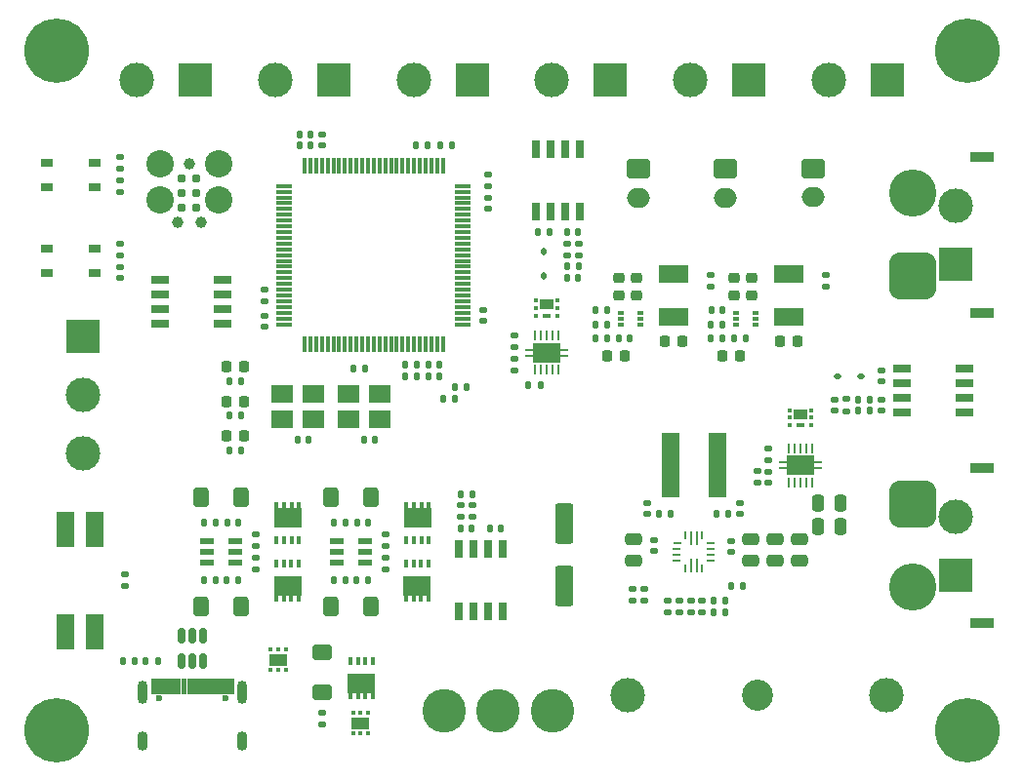
<source format=gbr>
%TF.GenerationSoftware,KiCad,Pcbnew,7.0.1*%
%TF.CreationDate,2023-07-17T00:50:59+01:00*%
%TF.ProjectId,Power Board,506f7765-7220-4426-9f61-72642e6b6963,rev?*%
%TF.SameCoordinates,Original*%
%TF.FileFunction,Soldermask,Top*%
%TF.FilePolarity,Negative*%
%FSLAX46Y46*%
G04 Gerber Fmt 4.6, Leading zero omitted, Abs format (unit mm)*
G04 Created by KiCad (PCBNEW 7.0.1) date 2023-07-17 00:50:59*
%MOMM*%
%LPD*%
G01*
G04 APERTURE LIST*
G04 Aperture macros list*
%AMRoundRect*
0 Rectangle with rounded corners*
0 $1 Rounding radius*
0 $2 $3 $4 $5 $6 $7 $8 $9 X,Y pos of 4 corners*
0 Add a 4 corners polygon primitive as box body*
4,1,4,$2,$3,$4,$5,$6,$7,$8,$9,$2,$3,0*
0 Add four circle primitives for the rounded corners*
1,1,$1+$1,$2,$3*
1,1,$1+$1,$4,$5*
1,1,$1+$1,$6,$7*
1,1,$1+$1,$8,$9*
0 Add four rect primitives between the rounded corners*
20,1,$1+$1,$2,$3,$4,$5,0*
20,1,$1+$1,$4,$5,$6,$7,0*
20,1,$1+$1,$6,$7,$8,$9,0*
20,1,$1+$1,$8,$9,$2,$3,0*%
%AMFreePoly0*
4,1,21,-0.140000,1.193800,0.140000,1.193800,0.140000,1.893800,0.360000,1.893800,0.360000,1.193800,0.825500,1.193800,0.825500,-1.193800,0.360000,-1.194200,0.360000,-1.894200,0.140000,-1.894200,0.140000,-1.194200,-0.140000,-1.194200,-0.140000,-1.894200,-0.360000,-1.894200,-0.360000,-1.194200,-0.825500,-1.193800,-0.825500,1.193800,-0.360000,1.193800,-0.360000,1.893800,-0.140000,1.893800,
-0.140000,1.193800,-0.140000,1.193800,$1*%
G04 Aperture macros list end*
%ADD10C,0.010000*%
%ADD11R,1.200000X0.600000*%
%ADD12RoundRect,0.135000X0.135000X0.185000X-0.135000X0.185000X-0.135000X-0.185000X0.135000X-0.185000X0*%
%ADD13R,0.425000X0.400000*%
%ADD14R,1.150000X0.950000*%
%ADD15R,0.750000X0.300000*%
%ADD16R,3.000000X3.000000*%
%ADD17C,3.000000*%
%ADD18RoundRect,0.135000X0.185000X-0.135000X0.185000X0.135000X-0.185000X0.135000X-0.185000X-0.135000X0*%
%ADD19RoundRect,0.140000X-0.140000X-0.170000X0.140000X-0.170000X0.140000X0.170000X-0.140000X0.170000X0*%
%ADD20RoundRect,0.225000X-0.250000X0.225000X-0.250000X-0.225000X0.250000X-0.225000X0.250000X0.225000X0*%
%ADD21C,3.781000*%
%ADD22RoundRect,1.025000X-1.025000X1.025000X-1.025000X-1.025000X1.025000X-1.025000X1.025000X1.025000X0*%
%ADD23C,4.100000*%
%ADD24R,2.000000X0.900000*%
%ADD25RoundRect,0.140000X-0.170000X0.140000X-0.170000X-0.140000X0.170000X-0.140000X0.170000X0.140000X0*%
%ADD26RoundRect,0.250000X-0.475000X0.250000X-0.475000X-0.250000X0.475000X-0.250000X0.475000X0.250000X0*%
%ADD27R,1.950000X1.650000*%
%ADD28RoundRect,0.250000X-0.600000X0.400000X-0.600000X-0.400000X0.600000X-0.400000X0.600000X0.400000X0*%
%ADD29C,2.700000*%
%ADD30RoundRect,0.250000X-0.250000X-0.475000X0.250000X-0.475000X0.250000X0.475000X-0.250000X0.475000X0*%
%ADD31RoundRect,0.140000X0.140000X0.170000X-0.140000X0.170000X-0.140000X-0.170000X0.140000X-0.170000X0*%
%ADD32RoundRect,0.218750X-0.218750X-0.256250X0.218750X-0.256250X0.218750X0.256250X-0.218750X0.256250X0*%
%ADD33RoundRect,0.135000X-0.135000X-0.185000X0.135000X-0.185000X0.135000X0.185000X-0.135000X0.185000X0*%
%ADD34RoundRect,0.093750X0.106250X-0.093750X0.106250X0.093750X-0.106250X0.093750X-0.106250X-0.093750X0*%
%ADD35R,1.600000X1.000000*%
%ADD36R,1.600000X3.100000*%
%ADD37R,2.500000X1.500000*%
%ADD38RoundRect,0.135000X-0.185000X0.135000X-0.185000X-0.135000X0.185000X-0.135000X0.185000X0.135000X0*%
%ADD39R,0.420000X0.700000*%
%ADD40R,0.420000X0.540000*%
%ADD41R,2.370000X1.710000*%
%ADD42RoundRect,0.140000X0.170000X-0.140000X0.170000X0.140000X-0.170000X0.140000X-0.170000X-0.140000X0*%
%ADD43RoundRect,0.225000X0.225000X0.250000X-0.225000X0.250000X-0.225000X-0.250000X0.225000X-0.250000X0*%
%ADD44R,0.279400X0.838200*%
%ADD45FreePoly0,90.000000*%
%ADD46R,1.050000X0.650000*%
%ADD47R,0.650000X1.500000*%
%ADD48R,1.500000X0.650000*%
%ADD49RoundRect,0.150000X-0.150000X0.512500X-0.150000X-0.512500X0.150000X-0.512500X0.150000X0.512500X0*%
%ADD50RoundRect,0.250000X-0.550000X1.500000X-0.550000X-1.500000X0.550000X-1.500000X0.550000X1.500000X0*%
%ADD51R,0.475000X0.300000*%
%ADD52R,0.300000X1.475000*%
%ADD53R,1.475000X0.300000*%
%ADD54C,5.600000*%
%ADD55R,1.550000X5.600000*%
%ADD56C,0.600000*%
%ADD57O,0.900000X2.000000*%
%ADD58O,0.900000X1.700000*%
%ADD59RoundRect,0.250000X-0.750000X0.600000X-0.750000X-0.600000X0.750000X-0.600000X0.750000X0.600000X0*%
%ADD60O,2.000000X1.700000*%
%ADD61RoundRect,0.250000X0.400000X0.600000X-0.400000X0.600000X-0.400000X-0.600000X0.400000X-0.600000X0*%
%ADD62C,2.374900*%
%ADD63C,0.990600*%
%ADD64C,0.787400*%
%ADD65RoundRect,0.112500X0.112500X-0.187500X0.112500X0.187500X-0.112500X0.187500X-0.112500X-0.187500X0*%
%ADD66R,0.800000X0.250000*%
%ADD67R,0.700000X0.250000*%
%ADD68R,0.250000X0.700000*%
%ADD69R,0.250000X1.200000*%
%ADD70RoundRect,0.112500X-0.187500X-0.112500X0.187500X-0.112500X0.187500X0.112500X-0.187500X0.112500X0*%
G04 APERTURE END LIST*
%TO.C,J302*%
D10*
X121400000Y-126282500D02*
X120700000Y-126282500D01*
X120700000Y-125042500D01*
X121400000Y-125042500D01*
X121400000Y-126282500D01*
G36*
X121400000Y-126282500D02*
G01*
X120700000Y-126282500D01*
X120700000Y-125042500D01*
X121400000Y-125042500D01*
X121400000Y-126282500D01*
G37*
X122200000Y-126282500D02*
X121500000Y-126282500D01*
X121500000Y-125042500D01*
X122200000Y-125042500D01*
X122200000Y-126282500D01*
G36*
X122200000Y-126282500D02*
G01*
X121500000Y-126282500D01*
X121500000Y-125042500D01*
X122200000Y-125042500D01*
X122200000Y-126282500D01*
G37*
X122700000Y-126282500D02*
X122300000Y-126282500D01*
X122300000Y-125042500D01*
X122700000Y-125042500D01*
X122700000Y-126282500D01*
G36*
X122700000Y-126282500D02*
G01*
X122300000Y-126282500D01*
X122300000Y-125042500D01*
X122700000Y-125042500D01*
X122700000Y-126282500D01*
G37*
X123200000Y-126282500D02*
X122800000Y-126282500D01*
X122800000Y-125042500D01*
X123200000Y-125042500D01*
X123200000Y-126282500D01*
G36*
X123200000Y-126282500D02*
G01*
X122800000Y-126282500D01*
X122800000Y-125042500D01*
X123200000Y-125042500D01*
X123200000Y-126282500D01*
G37*
X123700000Y-126282500D02*
X123300000Y-126282500D01*
X123300000Y-125042500D01*
X123700000Y-125042500D01*
X123700000Y-126282500D01*
G36*
X123700000Y-126282500D02*
G01*
X123300000Y-126282500D01*
X123300000Y-125042500D01*
X123700000Y-125042500D01*
X123700000Y-126282500D01*
G37*
X124200000Y-126282500D02*
X123800000Y-126282500D01*
X123800000Y-125042500D01*
X124200000Y-125042500D01*
X124200000Y-126282500D01*
G36*
X124200000Y-126282500D02*
G01*
X123800000Y-126282500D01*
X123800000Y-125042500D01*
X124200000Y-125042500D01*
X124200000Y-126282500D01*
G37*
X124700000Y-126282500D02*
X124300000Y-126282500D01*
X124300000Y-125042500D01*
X124700000Y-125042500D01*
X124700000Y-126282500D01*
G36*
X124700000Y-126282500D02*
G01*
X124300000Y-126282500D01*
X124300000Y-125042500D01*
X124700000Y-125042500D01*
X124700000Y-126282500D01*
G37*
X125200000Y-126282500D02*
X124800000Y-126282500D01*
X124800000Y-125042500D01*
X125200000Y-125042500D01*
X125200000Y-126282500D01*
G36*
X125200000Y-126282500D02*
G01*
X124800000Y-126282500D01*
X124800000Y-125042500D01*
X125200000Y-125042500D01*
X125200000Y-126282500D01*
G37*
X125700000Y-126282500D02*
X125300000Y-126282500D01*
X125300000Y-125042500D01*
X125700000Y-125042500D01*
X125700000Y-126282500D01*
G36*
X125700000Y-126282500D02*
G01*
X125300000Y-126282500D01*
X125300000Y-125042500D01*
X125700000Y-125042500D01*
X125700000Y-126282500D01*
G37*
X126200000Y-126282500D02*
X125800000Y-126282500D01*
X125800000Y-125042500D01*
X126200000Y-125042500D01*
X126200000Y-126282500D01*
G36*
X126200000Y-126282500D02*
G01*
X125800000Y-126282500D01*
X125800000Y-125042500D01*
X126200000Y-125042500D01*
X126200000Y-126282500D01*
G37*
X127000000Y-126282500D02*
X126300000Y-126282500D01*
X126300000Y-125042500D01*
X127000000Y-125042500D01*
X127000000Y-126282500D01*
G36*
X127000000Y-126282500D02*
G01*
X126300000Y-126282500D01*
X126300000Y-125042500D01*
X127000000Y-125042500D01*
X127000000Y-126282500D01*
G37*
X127800000Y-126282500D02*
X127100000Y-126282500D01*
X127100000Y-125042500D01*
X127800000Y-125042500D01*
X127800000Y-126282500D01*
G36*
X127800000Y-126282500D02*
G01*
X127100000Y-126282500D01*
X127100000Y-125042500D01*
X127800000Y-125042500D01*
X127800000Y-126282500D01*
G37*
%TD*%
D11*
%TO.C,IC208*%
X125525000Y-113050000D03*
X125525000Y-114000000D03*
X125525000Y-114950000D03*
X128025000Y-114950000D03*
X128025000Y-114000000D03*
X128025000Y-113050000D03*
%TD*%
D12*
%TO.C,R312*%
X121260000Y-123500000D03*
X120240000Y-123500000D03*
%TD*%
D13*
%TO.C,Q207*%
X176062001Y-101724999D03*
X176062001Y-102374999D03*
X176062001Y-103024999D03*
X177938001Y-103024999D03*
X177938001Y-102374999D03*
X177938001Y-101724999D03*
D14*
X177000001Y-102049999D03*
D15*
X177000001Y-103024999D03*
%TD*%
D16*
%TO.C,J214*%
X148540000Y-73000000D03*
D17*
X143460000Y-73000000D03*
%TD*%
D18*
%TO.C,R302*%
X118000000Y-88250000D03*
X118000000Y-87230000D03*
%TD*%
D19*
%TO.C,C308*%
X144750000Y-98750000D03*
X145710000Y-98750000D03*
%TD*%
D20*
%TO.C,C228*%
X171250000Y-90225000D03*
X171250000Y-91775000D03*
%TD*%
D21*
%TO.C,SW201*%
X146101000Y-127800000D03*
X150800000Y-127800000D03*
X155499000Y-127800000D03*
%TD*%
D16*
%TO.C,J215*%
X190500000Y-89040000D03*
D17*
X190500000Y-83960000D03*
%TD*%
D16*
%TO.C,J204*%
X190500000Y-116040000D03*
D17*
X190500000Y-110960000D03*
%TD*%
D22*
%TO.C,J201*%
X186750000Y-90100000D03*
D23*
X186750000Y-82900000D03*
D24*
X192750000Y-93250000D03*
X192750000Y-79750000D03*
%TD*%
D25*
%TO.C,C212*%
X166500000Y-118290000D03*
X166500000Y-119250000D03*
%TD*%
D26*
%TO.C,C227*%
X176900000Y-112900000D03*
X176900000Y-114800000D03*
%TD*%
D27*
%TO.C,X302*%
X132025000Y-102500000D03*
X134775000Y-102500000D03*
X134775000Y-100300000D03*
X132025000Y-100300000D03*
%TD*%
D28*
%TO.C,D205*%
X135500000Y-122750000D03*
X135500000Y-126250000D03*
%TD*%
D29*
%TO.C,F201*%
X173250000Y-126500000D03*
D17*
X184500000Y-126500000D03*
X162000000Y-126500000D03*
%TD*%
D30*
%TO.C,C222*%
X178550000Y-109800000D03*
X180450000Y-109800000D03*
%TD*%
D31*
%TO.C,C313*%
X139210000Y-98100000D03*
X138250000Y-98100000D03*
%TD*%
%TO.C,C219*%
X170230000Y-93000000D03*
X169270000Y-93000000D03*
%TD*%
D32*
%TO.C,D206*%
X165212500Y-95750000D03*
X166787500Y-95750000D03*
%TD*%
D33*
%TO.C,R237*%
X156740000Y-89250000D03*
X157760000Y-89250000D03*
%TD*%
D19*
%TO.C,C205*%
X147545000Y-112000000D03*
X148505000Y-112000000D03*
%TD*%
D18*
%TO.C,R211*%
X141025000Y-115510000D03*
X141025000Y-114490000D03*
%TD*%
D32*
%TO.C,D301*%
X127212500Y-100950000D03*
X128787500Y-100950000D03*
%TD*%
D34*
%TO.C,U203*%
X138200000Y-129775000D03*
X138850000Y-129775000D03*
X139500000Y-129775000D03*
X139500000Y-128000000D03*
X138850000Y-128000000D03*
X138200000Y-128000000D03*
D35*
X138850000Y-128887500D03*
%TD*%
D36*
%TO.C,SW301*%
X113230000Y-120945000D03*
X115770000Y-120945000D03*
X115770000Y-112055000D03*
X113230000Y-112055000D03*
%TD*%
D12*
%TO.C,R309*%
X128510000Y-105200000D03*
X127490000Y-105200000D03*
%TD*%
D16*
%TO.C,J211*%
X136540000Y-73000000D03*
D17*
X131460000Y-73000000D03*
%TD*%
D37*
%TO.C,L202*%
X176000000Y-93600000D03*
X176000000Y-89900000D03*
%TD*%
D16*
%TO.C,J207*%
X160540000Y-73000000D03*
D17*
X155460000Y-73000000D03*
%TD*%
D33*
%TO.C,R225*%
X169220000Y-95500000D03*
X170240000Y-95500000D03*
%TD*%
D38*
%TO.C,R202*%
X181000000Y-100764999D03*
X181000000Y-101784999D03*
%TD*%
D39*
%TO.C,Q202*%
X133500000Y-115045000D03*
X132850000Y-115045000D03*
X132200000Y-115045000D03*
X131550000Y-115045000D03*
D40*
X131550000Y-118125000D03*
X132200000Y-118125000D03*
X132850000Y-118125000D03*
X133500000Y-118125000D03*
D41*
X132525000Y-117000000D03*
%TD*%
D38*
%TO.C,R213*%
X147525000Y-109990000D03*
X147525000Y-111010000D03*
%TD*%
D31*
%TO.C,C215*%
X172230000Y-95500000D03*
X171270000Y-95500000D03*
%TD*%
D16*
%TO.C,J213*%
X184540000Y-73000000D03*
D17*
X179460000Y-73000000D03*
%TD*%
D26*
%TO.C,C223*%
X172700000Y-112890000D03*
X172700000Y-114790000D03*
%TD*%
D42*
%TO.C,C201*%
X184000000Y-101754999D03*
X184000000Y-100794999D03*
%TD*%
D18*
%TO.C,R217*%
X163440000Y-118260000D03*
X163440000Y-117240000D03*
%TD*%
D19*
%TO.C,C231*%
X127295000Y-111500000D03*
X128255000Y-111500000D03*
%TD*%
D12*
%TO.C,R231*%
X126285000Y-116500000D03*
X125265000Y-116500000D03*
%TD*%
D18*
%TO.C,R216*%
X165500000Y-119280000D03*
X165500000Y-118260000D03*
%TD*%
D42*
%TO.C,C218*%
X171750000Y-110730000D03*
X171750000Y-109770000D03*
%TD*%
D16*
%TO.C,J208*%
X124540000Y-73000000D03*
D17*
X119460000Y-73000000D03*
%TD*%
D43*
%TO.C,C214*%
X161775000Y-97000000D03*
X160225000Y-97000000D03*
%TD*%
D19*
%TO.C,C206*%
X150045000Y-112000000D03*
X151005000Y-112000000D03*
%TD*%
D38*
%TO.C,R212*%
X174250001Y-105014999D03*
X174250001Y-106034999D03*
%TD*%
D34*
%TO.C,U303*%
X131050000Y-124275000D03*
X131700000Y-124275000D03*
X132350000Y-124275000D03*
X132350000Y-122500000D03*
X131700000Y-122500000D03*
X131050000Y-122500000D03*
D35*
X131700000Y-123387500D03*
%TD*%
D20*
%TO.C,C224*%
X172750000Y-90225000D03*
X172750000Y-91775000D03*
%TD*%
D12*
%TO.C,R305*%
X146810000Y-78750000D03*
X145790000Y-78750000D03*
%TD*%
D44*
%TO.C,U202*%
X175999999Y-107975001D03*
X176500001Y-107975001D03*
X177000000Y-107975001D03*
X177499999Y-107975001D03*
X178000001Y-107975001D03*
X178000001Y-105024999D03*
X177499999Y-105024999D03*
X177000000Y-105024999D03*
X176500001Y-105024999D03*
X175999999Y-105024999D03*
D45*
X176993800Y-106500000D03*
%TD*%
D46*
%TO.C,S302*%
X111675000Y-80195000D03*
X115825000Y-80195000D03*
X111675000Y-82345000D03*
X115825000Y-82345000D03*
%TD*%
D43*
%TO.C,C213*%
X171775000Y-97000000D03*
X170225000Y-97000000D03*
%TD*%
D19*
%TO.C,C203*%
X138545000Y-111500000D03*
X139505000Y-111500000D03*
%TD*%
D33*
%TO.C,R201*%
X181990000Y-101774999D03*
X183010000Y-101774999D03*
%TD*%
D47*
%TO.C,IC204*%
X147370000Y-119200000D03*
X148640000Y-119200000D03*
X149910000Y-119200000D03*
X151180000Y-119200000D03*
X151180000Y-113800000D03*
X149910000Y-113800000D03*
X148640000Y-113800000D03*
X147370000Y-113800000D03*
%TD*%
D19*
%TO.C,C307*%
X144750000Y-97750000D03*
X145710000Y-97750000D03*
%TD*%
D42*
%TO.C,C204*%
X152187999Y-98230000D03*
X152187999Y-97270000D03*
%TD*%
D48*
%TO.C,IC302*%
X126900000Y-94205000D03*
X126900000Y-92935000D03*
X126900000Y-91665000D03*
X126900000Y-90395000D03*
X121500000Y-90395000D03*
X121500000Y-91665000D03*
X121500000Y-92935000D03*
X121500000Y-94205000D03*
%TD*%
D38*
%TO.C,R229*%
X169250000Y-89990000D03*
X169250000Y-91010000D03*
%TD*%
D33*
%TO.C,R311*%
X147011254Y-99710937D03*
X148031254Y-99710937D03*
%TD*%
D18*
%TO.C,R235*%
X129775000Y-115510000D03*
X129775000Y-114490000D03*
%TD*%
D25*
%TO.C,C311*%
X149900000Y-81270000D03*
X149900000Y-82230000D03*
%TD*%
D31*
%TO.C,C211*%
X171980000Y-117000000D03*
X171020000Y-117000000D03*
%TD*%
D33*
%TO.C,R232*%
X125265000Y-111500000D03*
X126285000Y-111500000D03*
%TD*%
D16*
%TO.C,J303*%
X114750000Y-95340000D03*
D17*
X114750000Y-100420000D03*
X114750000Y-105500000D03*
%TD*%
D25*
%TO.C,C310*%
X149500000Y-93020000D03*
X149500000Y-93980000D03*
%TD*%
D38*
%TO.C,R228*%
X179250000Y-89990000D03*
X179250000Y-91010000D03*
%TD*%
D12*
%TO.C,R230*%
X139535000Y-116500000D03*
X138515000Y-116500000D03*
%TD*%
%TO.C,R204*%
X137535000Y-116500000D03*
X136515000Y-116500000D03*
%TD*%
D49*
%TO.C,U302*%
X125200000Y-121262500D03*
X124250000Y-121262500D03*
X123300000Y-121262500D03*
X123300000Y-123537500D03*
X124250000Y-123537500D03*
X125200000Y-123537500D03*
%TD*%
D25*
%TO.C,C304*%
X118000000Y-81790000D03*
X118000000Y-82750000D03*
%TD*%
D50*
%TO.C,C207*%
X156500000Y-111550000D03*
X156500000Y-116950000D03*
%TD*%
D51*
%TO.C,IC207*%
X163088000Y-94250000D03*
X163088000Y-93750000D03*
X163088000Y-93250000D03*
X161412000Y-93250000D03*
X161412000Y-93750000D03*
X161412000Y-94250000D03*
%TD*%
D42*
%TO.C,C309*%
X149900000Y-84230000D03*
X149900000Y-83270000D03*
%TD*%
D32*
%TO.C,D202*%
X175212500Y-95750000D03*
X176787500Y-95750000D03*
%TD*%
D52*
%TO.C,IC301*%
X134000000Y-95988000D03*
X134500000Y-95988000D03*
X135000000Y-95988000D03*
X135500000Y-95988000D03*
X136000000Y-95988000D03*
X136500000Y-95988000D03*
X137000000Y-95988000D03*
X137500000Y-95988000D03*
X138000000Y-95988000D03*
X138500000Y-95988000D03*
X139000000Y-95988000D03*
X139500000Y-95988000D03*
X140000000Y-95988000D03*
X140500000Y-95988000D03*
X141000000Y-95988000D03*
X141500000Y-95988000D03*
X142000000Y-95988000D03*
X142500000Y-95988000D03*
X143000000Y-95988000D03*
X143500000Y-95988000D03*
X144000000Y-95988000D03*
X144500000Y-95988000D03*
X145000000Y-95988000D03*
X145500000Y-95988000D03*
X146000000Y-95988000D03*
D53*
X147738000Y-94250000D03*
X147738000Y-93750000D03*
X147738000Y-93250000D03*
X147738000Y-92750000D03*
X147738000Y-92250000D03*
X147738000Y-91750000D03*
X147738000Y-91250000D03*
X147738000Y-90750000D03*
X147738000Y-90250000D03*
X147738000Y-89750000D03*
X147738000Y-89250000D03*
X147738000Y-88750000D03*
X147738000Y-88250000D03*
X147738000Y-87750000D03*
X147738000Y-87250000D03*
X147738000Y-86750000D03*
X147738000Y-86250000D03*
X147738000Y-85750000D03*
X147738000Y-85250000D03*
X147738000Y-84750000D03*
X147738000Y-84250000D03*
X147738000Y-83750000D03*
X147738000Y-83250000D03*
X147738000Y-82750000D03*
X147738000Y-82250000D03*
D52*
X146000000Y-80512000D03*
X145500000Y-80512000D03*
X145000000Y-80512000D03*
X144500000Y-80512000D03*
X144000000Y-80512000D03*
X143500000Y-80512000D03*
X143000000Y-80512000D03*
X142500000Y-80512000D03*
X142000000Y-80512000D03*
X141500000Y-80512000D03*
X141000000Y-80512000D03*
X140500000Y-80512000D03*
X140000000Y-80512000D03*
X139500000Y-80512000D03*
X139000000Y-80512000D03*
X138500000Y-80512000D03*
X138000000Y-80512000D03*
X137500000Y-80512000D03*
X137000000Y-80512000D03*
X136500000Y-80512000D03*
X136000000Y-80512000D03*
X135500000Y-80512000D03*
X135000000Y-80512000D03*
X134500000Y-80512000D03*
X134000000Y-80512000D03*
D53*
X132262000Y-82250000D03*
X132262000Y-82750000D03*
X132262000Y-83250000D03*
X132262000Y-83750000D03*
X132262000Y-84250000D03*
X132262000Y-84750000D03*
X132262000Y-85250000D03*
X132262000Y-85750000D03*
X132262000Y-86250000D03*
X132262000Y-86750000D03*
X132262000Y-87250000D03*
X132262000Y-87750000D03*
X132262000Y-88250000D03*
X132262000Y-88750000D03*
X132262000Y-89250000D03*
X132262000Y-89750000D03*
X132262000Y-90250000D03*
X132262000Y-90750000D03*
X132262000Y-91250000D03*
X132262000Y-91750000D03*
X132262000Y-92250000D03*
X132262000Y-92750000D03*
X132262000Y-93250000D03*
X132262000Y-93750000D03*
X132262000Y-94250000D03*
%TD*%
D16*
%TO.C,J210*%
X172540000Y-73000000D03*
D17*
X167460000Y-73000000D03*
%TD*%
D11*
%TO.C,IC202*%
X136775000Y-113050000D03*
X136775000Y-114000000D03*
X136775000Y-114950000D03*
X139275000Y-114950000D03*
X139275000Y-114000000D03*
X139275000Y-113050000D03*
%TD*%
D19*
%TO.C,C315*%
X133540000Y-78750000D03*
X134500000Y-78750000D03*
%TD*%
D38*
%TO.C,R301*%
X118450000Y-115940000D03*
X118450000Y-116960000D03*
%TD*%
D31*
%TO.C,C220*%
X160230000Y-93000000D03*
X159270000Y-93000000D03*
%TD*%
D46*
%TO.C,S301*%
X111675000Y-87675000D03*
X115825000Y-87675000D03*
X111675000Y-89825000D03*
X115825000Y-89825000D03*
%TD*%
D54*
%TO.C,H101*%
X191500000Y-70500000D03*
%TD*%
D55*
%TO.C,L201*%
X165725000Y-106500000D03*
X169775000Y-106500000D03*
%TD*%
D18*
%TO.C,R236*%
X157750000Y-88260000D03*
X157750000Y-87240000D03*
%TD*%
D56*
%TO.C,J302*%
X121360000Y-126732500D03*
X127140000Y-126732500D03*
D57*
X119925000Y-126242500D03*
X128575000Y-126242500D03*
D58*
X119925000Y-130412500D03*
X128575000Y-130412500D03*
%TD*%
D33*
%TO.C,R310*%
X145990000Y-100750000D03*
X147010000Y-100750000D03*
%TD*%
D27*
%TO.C,X301*%
X137775000Y-102500000D03*
X140525000Y-102500000D03*
X140525000Y-100300000D03*
X137775000Y-100300000D03*
%TD*%
D38*
%TO.C,R208*%
X141025000Y-112490000D03*
X141025000Y-113510000D03*
%TD*%
D44*
%TO.C,U201*%
X153999999Y-98200002D03*
X154500001Y-98200002D03*
X155000000Y-98200002D03*
X155499999Y-98200002D03*
X156000001Y-98200002D03*
X156000001Y-95250000D03*
X155499999Y-95250000D03*
X155000000Y-95250000D03*
X154500001Y-95250000D03*
X153999999Y-95250000D03*
D45*
X154993800Y-96725001D03*
%TD*%
D20*
%TO.C,C229*%
X162750000Y-90225000D03*
X162750000Y-91775000D03*
%TD*%
D59*
%TO.C,J206*%
X170500000Y-80750000D03*
D60*
X170500000Y-83250000D03*
%TD*%
D18*
%TO.C,R209*%
X173250000Y-108010000D03*
X173250000Y-106990000D03*
%TD*%
D33*
%TO.C,R206*%
X136515000Y-111500000D03*
X137535000Y-111500000D03*
%TD*%
D32*
%TO.C,D303*%
X127212500Y-103950000D03*
X128787500Y-103950000D03*
%TD*%
D39*
%TO.C,Q203*%
X144750000Y-115000000D03*
X144100000Y-115000000D03*
X143450000Y-115000000D03*
X142800000Y-115000000D03*
D40*
X142800000Y-118080000D03*
X143450000Y-118080000D03*
X144100000Y-118080000D03*
X144750000Y-118080000D03*
D41*
X143775000Y-116955000D03*
%TD*%
D12*
%TO.C,R207*%
X154447999Y-99500000D03*
X153427999Y-99500000D03*
%TD*%
%TO.C,R313*%
X119260000Y-123500000D03*
X118240000Y-123500000D03*
%TD*%
D39*
%TO.C,Q204*%
X131575000Y-113000000D03*
X132225000Y-113000000D03*
X132875000Y-113000000D03*
X133525000Y-113000000D03*
D40*
X133525000Y-109920000D03*
X132875000Y-109920000D03*
X132225000Y-109920000D03*
X131575000Y-109920000D03*
D41*
X132550000Y-111045000D03*
%TD*%
D61*
%TO.C,D201*%
X139775000Y-118750000D03*
X136275000Y-118750000D03*
%TD*%
D30*
%TO.C,C226*%
X178550000Y-111850000D03*
X180450000Y-111850000D03*
%TD*%
D47*
%TO.C,IC203*%
X157905000Y-79050000D03*
X156635000Y-79050000D03*
X155365000Y-79050000D03*
X154095000Y-79050000D03*
X154095000Y-84450000D03*
X155365000Y-84450000D03*
X156635000Y-84450000D03*
X157905000Y-84450000D03*
%TD*%
D39*
%TO.C,Q205*%
X139925000Y-123494500D03*
X139275000Y-123494500D03*
X138625000Y-123494500D03*
X137975000Y-123494500D03*
D40*
X137975000Y-126574500D03*
X138625000Y-126574500D03*
X139275000Y-126574500D03*
X139925000Y-126574500D03*
D41*
X138950000Y-125449500D03*
%TD*%
D13*
%TO.C,Q206*%
X154061999Y-92200000D03*
X154061999Y-92850000D03*
X154061999Y-93500000D03*
X155937999Y-93500000D03*
X155937999Y-92850000D03*
X155937999Y-92200000D03*
D14*
X154999999Y-92525000D03*
D15*
X154999999Y-93500000D03*
%TD*%
D31*
%TO.C,C306*%
X143710000Y-98750000D03*
X142750000Y-98750000D03*
%TD*%
D12*
%TO.C,R307*%
X128510000Y-102200000D03*
X127490000Y-102200000D03*
%TD*%
D38*
%TO.C,R304*%
X130500000Y-91250000D03*
X130500000Y-92270000D03*
%TD*%
D31*
%TO.C,C305*%
X143710000Y-97750000D03*
X142750000Y-97750000D03*
%TD*%
D39*
%TO.C,Q201*%
X142825000Y-113000000D03*
X143475000Y-113000000D03*
X144125000Y-113000000D03*
X144775000Y-113000000D03*
D40*
X144775000Y-109920000D03*
X144125000Y-109920000D03*
X143475000Y-109920000D03*
X142825000Y-109920000D03*
D41*
X143800000Y-111045000D03*
%TD*%
D62*
%TO.C,J301*%
X126540000Y-80310000D03*
D63*
X124000000Y-80310000D03*
D62*
X121460000Y-80310000D03*
X126540000Y-83485000D03*
X121460000Y-83485000D03*
D63*
X125016000Y-85390000D03*
X122984000Y-85390000D03*
D64*
X123365000Y-81580000D03*
X124635000Y-81580000D03*
X123365000Y-82850000D03*
X124635000Y-82850000D03*
X123365000Y-84120000D03*
X124635000Y-84120000D03*
%TD*%
D31*
%TO.C,C235*%
X157730000Y-86250000D03*
X156770000Y-86250000D03*
%TD*%
D42*
%TO.C,C202*%
X183999999Y-99230000D03*
X183999999Y-98270000D03*
%TD*%
D54*
%TO.C,H102*%
X112500000Y-70500000D03*
%TD*%
D33*
%TO.C,R306*%
X143690000Y-78750000D03*
X144710000Y-78750000D03*
%TD*%
D61*
%TO.C,D209*%
X128525000Y-109250000D03*
X125025000Y-109250000D03*
%TD*%
%TO.C,D203*%
X139775000Y-109250000D03*
X136275000Y-109250000D03*
%TD*%
D33*
%TO.C,R219*%
X169490000Y-118270000D03*
X170510000Y-118270000D03*
%TD*%
D38*
%TO.C,R215*%
X148525000Y-109990000D03*
X148525000Y-111010000D03*
%TD*%
D18*
%TO.C,R303*%
X118000000Y-80780000D03*
X118000000Y-79760000D03*
%TD*%
D26*
%TO.C,C208*%
X162500000Y-112900000D03*
X162500000Y-114800000D03*
%TD*%
D12*
%TO.C,R221*%
X170760000Y-110750000D03*
X169740000Y-110750000D03*
%TD*%
D33*
%TO.C,R227*%
X159220000Y-95500000D03*
X160240000Y-95500000D03*
%TD*%
D42*
%TO.C,C210*%
X162440000Y-118230000D03*
X162440000Y-117270000D03*
%TD*%
D12*
%TO.C,R220*%
X165760000Y-110750000D03*
X164740000Y-110750000D03*
%TD*%
D37*
%TO.C,L203*%
X166000000Y-93600000D03*
X166000000Y-89900000D03*
%TD*%
D19*
%TO.C,C316*%
X133560000Y-77750000D03*
X134520000Y-77750000D03*
%TD*%
D42*
%TO.C,C233*%
X174250001Y-108004999D03*
X174250001Y-107044999D03*
%TD*%
D65*
%TO.C,D210*%
X154750000Y-90050000D03*
X154750000Y-87950000D03*
%TD*%
D20*
%TO.C,C225*%
X161250000Y-90225000D03*
X161250000Y-91775000D03*
%TD*%
D31*
%TO.C,C238*%
X157730000Y-90250000D03*
X156770000Y-90250000D03*
%TD*%
D66*
%TO.C,IC205*%
X166350000Y-113250000D03*
D67*
X166300000Y-113750000D03*
X166300000Y-114250000D03*
X166300000Y-114750000D03*
D68*
X167000000Y-115450000D03*
D69*
X167500000Y-115200000D03*
X168000000Y-115200000D03*
D68*
X168500000Y-115450000D03*
D67*
X169200000Y-114750000D03*
X169200000Y-114250000D03*
X169200000Y-113750000D03*
X169200000Y-113250000D03*
D68*
X168500000Y-112550000D03*
D69*
X168000000Y-112800000D03*
X167500000Y-112800000D03*
D68*
X167000000Y-112550000D03*
%TD*%
D70*
%TO.C,D204*%
X180199999Y-98750000D03*
X182299999Y-98750000D03*
%TD*%
D59*
%TO.C,J202*%
X178125000Y-80725000D03*
D60*
X178125000Y-83225000D03*
%TD*%
D25*
%TO.C,C303*%
X118000000Y-89270000D03*
X118000000Y-90230000D03*
%TD*%
D31*
%TO.C,C236*%
X155230000Y-86250000D03*
X154270000Y-86250000D03*
%TD*%
D26*
%TO.C,C230*%
X174800000Y-112900000D03*
X174800000Y-114800000D03*
%TD*%
D33*
%TO.C,R203*%
X181990000Y-100774999D03*
X183010000Y-100774999D03*
%TD*%
D42*
%TO.C,C209*%
X164300000Y-113930000D03*
X164300000Y-112970000D03*
%TD*%
%TO.C,C314*%
X130500000Y-94480000D03*
X130500000Y-93520000D03*
%TD*%
D12*
%TO.C,R214*%
X148535000Y-109000000D03*
X147515000Y-109000000D03*
%TD*%
D54*
%TO.C,H104*%
X112500000Y-129500000D03*
%TD*%
D42*
%TO.C,C237*%
X180000000Y-101754999D03*
X180000000Y-100794999D03*
%TD*%
D33*
%TO.C,R224*%
X169240000Y-94250000D03*
X170260000Y-94250000D03*
%TD*%
D31*
%TO.C,C216*%
X162230000Y-95500000D03*
X161270000Y-95500000D03*
%TD*%
D38*
%TO.C,R223*%
X168500000Y-118260000D03*
X168500000Y-119280000D03*
%TD*%
D48*
%TO.C,IC201*%
X191200000Y-101905000D03*
X191200000Y-100635000D03*
X191200000Y-99365000D03*
X191200000Y-98095000D03*
X185800000Y-98095000D03*
X185800000Y-99365000D03*
X185800000Y-100635000D03*
X185800000Y-101905000D03*
%TD*%
D12*
%TO.C,R233*%
X128285000Y-116500000D03*
X127265000Y-116500000D03*
%TD*%
D25*
%TO.C,C221*%
X171000000Y-113070000D03*
X171000000Y-114030000D03*
%TD*%
D51*
%TO.C,IC206*%
X173088000Y-94250000D03*
X173088000Y-93750000D03*
X173088000Y-93250000D03*
X171412000Y-93250000D03*
X171412000Y-93750000D03*
X171412000Y-94250000D03*
%TD*%
D31*
%TO.C,C302*%
X140130000Y-104300000D03*
X139170000Y-104300000D03*
%TD*%
D19*
%TO.C,C301*%
X133420000Y-104300000D03*
X134380000Y-104300000D03*
%TD*%
D42*
%TO.C,C312*%
X135540000Y-78730000D03*
X135540000Y-77770000D03*
%TD*%
D38*
%TO.C,R210*%
X135500000Y-127990000D03*
X135500000Y-129010000D03*
%TD*%
D12*
%TO.C,R308*%
X128510000Y-99200000D03*
X127490000Y-99200000D03*
%TD*%
D59*
%TO.C,J205*%
X162925000Y-80750000D03*
D60*
X162925000Y-83250000D03*
%TD*%
D33*
%TO.C,R226*%
X159240000Y-94250000D03*
X160260000Y-94250000D03*
%TD*%
D32*
%TO.C,D302*%
X127212500Y-97950000D03*
X128787500Y-97950000D03*
%TD*%
D61*
%TO.C,D208*%
X128525000Y-118750000D03*
X125025000Y-118750000D03*
%TD*%
D18*
%TO.C,R238*%
X156750000Y-88260000D03*
X156750000Y-87240000D03*
%TD*%
D38*
%TO.C,R234*%
X129775000Y-112490000D03*
X129775000Y-113510000D03*
%TD*%
%TO.C,R205*%
X152187999Y-95240000D03*
X152187999Y-96260000D03*
%TD*%
D54*
%TO.C,H103*%
X191500000Y-129500000D03*
%TD*%
D22*
%TO.C,J203*%
X186750000Y-109860000D03*
D23*
X186750000Y-117060000D03*
D24*
X192750000Y-106710000D03*
X192750000Y-120210000D03*
%TD*%
D38*
%TO.C,R218*%
X167500000Y-118240000D03*
X167500000Y-119260000D03*
%TD*%
D12*
%TO.C,R222*%
X170510000Y-119270000D03*
X169490000Y-119270000D03*
%TD*%
D25*
%TO.C,C217*%
X163750000Y-109790000D03*
X163750000Y-110750000D03*
%TD*%
M02*

</source>
